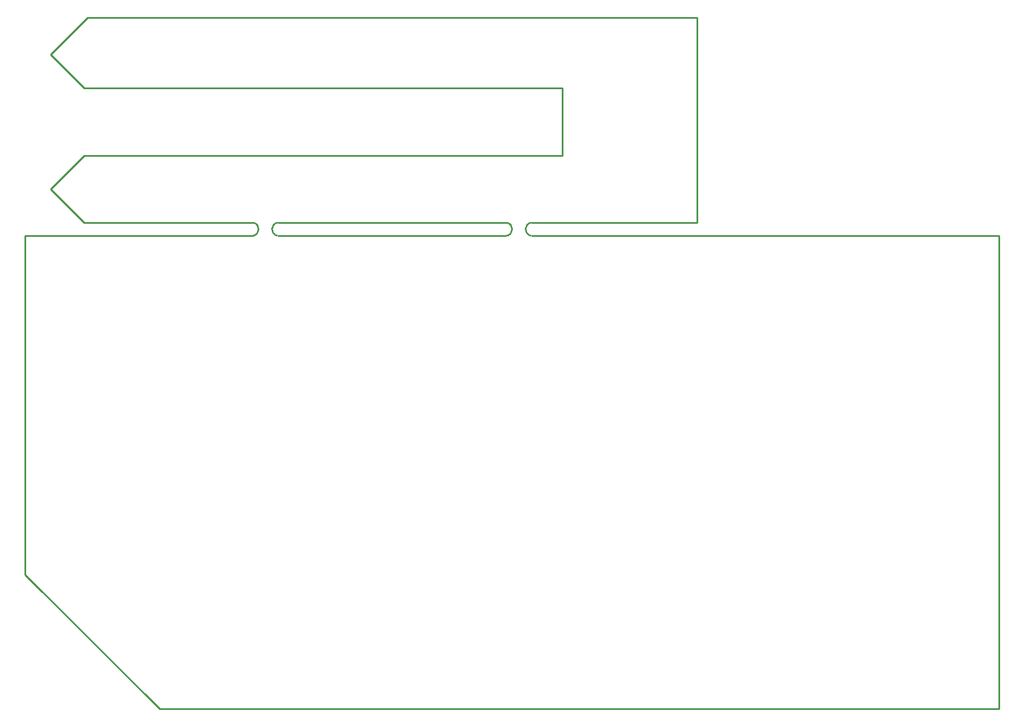
<source format=gko>
%FSLAX25Y25*%
%MOIN*%
G70*
G01*
G75*
G04 Layer_Color=16711935*
%ADD10R,0.05118X0.05512*%
%ADD11R,0.05512X0.05118*%
%ADD12R,0.07874X0.02756*%
%ADD13R,0.03937X0.04331*%
%ADD14R,0.04331X0.03937*%
%ADD15R,0.11811X0.09055*%
%ADD16R,0.24016X0.40000*%
%ADD17R,0.07874X0.02362*%
%ADD18R,0.02362X0.06102*%
%ADD19C,0.03937*%
%ADD20C,0.01000*%
%ADD21C,0.02756*%
%ADD22C,0.05906*%
%ADD23C,0.01969*%
%ADD24C,0.07874*%
%ADD25C,0.01575*%
%ADD26C,0.27559*%
%ADD27C,0.07874*%
%ADD28O,0.05906X0.02953*%
%ADD29C,0.07087*%
%ADD30C,0.09843*%
%ADD31C,0.05906*%
%ADD32C,0.08661*%
%ADD33R,0.06299X0.06299*%
%ADD34C,0.06299*%
%ADD35R,0.06299X0.06299*%
%ADD36R,0.05906X0.05906*%
%ADD37C,0.04724*%
%ADD38C,0.01969*%
%ADD39R,0.05906X0.05906*%
%ADD40O,0.03937X0.07874*%
%ADD41O,0.07874X0.04331*%
%ADD42C,0.05000*%
%ADD43C,0.02756*%
%ADD44C,0.03543*%
%ADD45C,0.06693*%
%ADD46C,0.00787*%
%ADD47C,0.00394*%
%ADD48C,0.00800*%
%ADD49R,0.05918X0.06312*%
%ADD50R,0.06312X0.05918*%
%ADD51R,0.08674X0.03556*%
%ADD52R,0.04737X0.05131*%
%ADD53R,0.05131X0.04737*%
%ADD54R,0.12611X0.09855*%
%ADD55R,0.24816X0.40800*%
%ADD56R,0.08674X0.03162*%
%ADD57R,0.03162X0.06902*%
%ADD58C,0.08674*%
%ADD59O,0.06706X0.03753*%
%ADD60C,0.07887*%
%ADD61C,0.10642*%
%ADD62C,0.06706*%
%ADD63C,0.09461*%
%ADD64R,0.07099X0.07099*%
%ADD65C,0.07099*%
%ADD66R,0.07099X0.07099*%
%ADD67R,0.06706X0.06706*%
%ADD68C,0.05524*%
%ADD69C,0.02769*%
%ADD70R,0.06706X0.06706*%
%ADD71O,0.04737X0.08674*%
%ADD72O,0.08674X0.05131*%
%ADD73C,0.05800*%
%ADD74C,0.03556*%
%ADD75C,0.04343*%
%ADD76C,0.07493*%
D20*
X282044Y277593D02*
G03*
X282549Y285299I-514J3903D01*
G01*
X296764Y285399D02*
G03*
X296259Y277693I514J-3903D01*
G01*
X148108Y285399D02*
G03*
X147603Y277693I514J-3903D01*
G01*
X133388Y277593D02*
G03*
X133893Y285299I-514J3903D01*
G01*
X148108Y277593D02*
X282010D01*
X148108Y285399D02*
X282456D01*
X-0Y277559D02*
X34Y277593D01*
X133388D01*
X34449Y285433D02*
X133800D01*
X14764Y305118D02*
X34449Y285433D01*
X14764Y305118D02*
X34449Y324803D01*
X314961D01*
Y364173D01*
X34449D02*
X314961D01*
X14764Y383858D02*
X34449Y364173D01*
X14764Y383858D02*
X36417Y405512D01*
X393701D01*
Y285433D02*
Y405512D01*
X393667Y285399D02*
X393701Y285433D01*
X296730Y285399D02*
X393667D01*
X296730Y277593D02*
X393667D01*
X393701Y277559D01*
X570866D01*
Y0D02*
Y277559D01*
X78740Y0D02*
X570866D01*
X-0Y78740D02*
X78740Y0D01*
X-0Y78740D02*
Y277559D01*
X282044Y277593D02*
G03*
X282549Y285299I-514J3903D01*
G01*
X296764Y285399D02*
G03*
X296259Y277693I514J-3903D01*
G01*
X148108Y285399D02*
G03*
X147603Y277693I514J-3903D01*
G01*
X133388Y277593D02*
G03*
X133893Y285299I-514J3903D01*
G01*
X148108Y277593D02*
X282010D01*
X148108Y285399D02*
X282456D01*
X-0Y277559D02*
X34Y277593D01*
X133388D01*
X34449Y285433D02*
X133800D01*
X14764Y305118D02*
X34449Y285433D01*
X14764Y305118D02*
X34449Y324803D01*
X314961D01*
Y364173D01*
X34449D02*
X314961D01*
X14764Y383858D02*
X34449Y364173D01*
X14764Y383858D02*
X36417Y405512D01*
X393701D01*
Y285433D02*
Y405512D01*
X393667Y285399D02*
X393701Y285433D01*
X296730Y285399D02*
X393667D01*
X296730Y277593D02*
X393667D01*
X393701Y277559D01*
X570866D01*
X570866Y277559D01*
Y0D02*
Y277559D01*
X78740Y0D02*
X570866D01*
X-0Y78740D02*
X78740Y0D01*
X-0Y78740D02*
Y277559D01*
M02*

</source>
